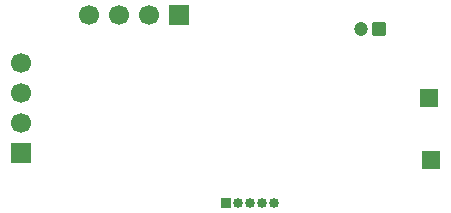
<source format=gbr>
%TF.GenerationSoftware,KiCad,Pcbnew,9.0.4*%
%TF.CreationDate,2025-10-30T10:47:44-04:00*%
%TF.ProjectId,SERVO-ESC,53455256-4f2d-4455-9343-2e6b69636164,rev?*%
%TF.SameCoordinates,Original*%
%TF.FileFunction,Soldermask,Bot*%
%TF.FilePolarity,Negative*%
%FSLAX46Y46*%
G04 Gerber Fmt 4.6, Leading zero omitted, Abs format (unit mm)*
G04 Created by KiCad (PCBNEW 9.0.4) date 2025-10-30 10:47:44*
%MOMM*%
%LPD*%
G01*
G04 APERTURE LIST*
G04 Aperture macros list*
%AMRoundRect*
0 Rectangle with rounded corners*
0 $1 Rounding radius*
0 $2 $3 $4 $5 $6 $7 $8 $9 X,Y pos of 4 corners*
0 Add a 4 corners polygon primitive as box body*
4,1,4,$2,$3,$4,$5,$6,$7,$8,$9,$2,$3,0*
0 Add four circle primitives for the rounded corners*
1,1,$1+$1,$2,$3*
1,1,$1+$1,$4,$5*
1,1,$1+$1,$6,$7*
1,1,$1+$1,$8,$9*
0 Add four rect primitives between the rounded corners*
20,1,$1+$1,$2,$3,$4,$5,0*
20,1,$1+$1,$4,$5,$6,$7,0*
20,1,$1+$1,$6,$7,$8,$9,0*
20,1,$1+$1,$8,$9,$2,$3,0*%
G04 Aperture macros list end*
%ADD10RoundRect,0.250000X0.350000X0.350000X-0.350000X0.350000X-0.350000X-0.350000X0.350000X-0.350000X0*%
%ADD11C,1.200000*%
%ADD12RoundRect,0.250000X-0.550000X-0.550000X0.550000X-0.550000X0.550000X0.550000X-0.550000X0.550000X0*%
%ADD13R,0.850000X0.850000*%
%ADD14C,0.850000*%
%ADD15R,1.700000X1.700000*%
%ADD16C,1.700000*%
G04 APERTURE END LIST*
D10*
%TO.C,C4*%
X81522600Y-33600000D03*
D11*
X80022600Y-33600000D03*
%TD*%
D12*
%TO.C,J6*%
X85900000Y-44700000D03*
%TD*%
%TO.C,J5*%
X85800000Y-39400000D03*
%TD*%
D13*
%TO.C,MAG*%
X68600000Y-48310000D03*
D14*
X69600000Y-48310000D03*
X70600000Y-48310000D03*
X71600000Y-48310000D03*
X72600000Y-48310000D03*
%TD*%
D15*
%TO.C,J1*%
X51200000Y-44110000D03*
D16*
X51200000Y-41570000D03*
X51200000Y-39030000D03*
X51200000Y-36490000D03*
%TD*%
D15*
%TO.C,J2*%
X64600000Y-32400000D03*
D16*
X62060000Y-32400000D03*
X59520000Y-32400000D03*
X56980000Y-32400000D03*
%TD*%
M02*

</source>
